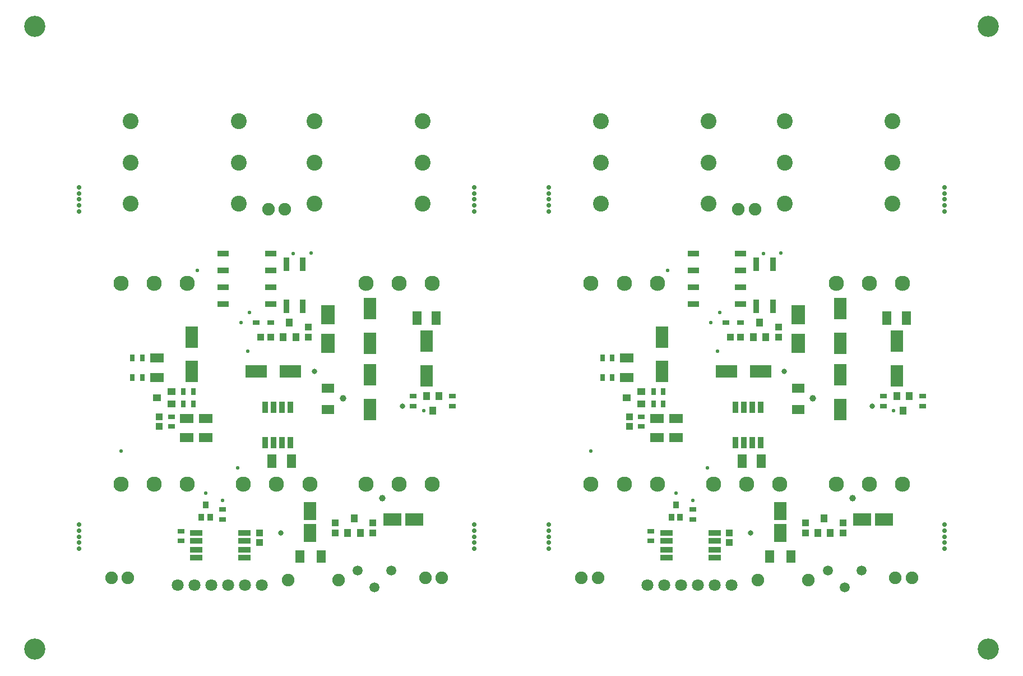
<source format=gts>
%FSLAX46Y46*%
%MOMM*%
%AMPS38*
1,1,2.300000,0.000000,0.000000*
%
%ADD38PS38*%
%AMPS46*
1,1,1.800000,0.000000,0.000000*
%
%ADD46PS46*%
%AMPS58*
1,1,1.500000,0.000000,0.000000*
%
%ADD58PS58*%
%AMPS32*
1,1,2.400000,0.000000,0.000000*
%
%ADD32PS32*%
%AMPS55*
1,1,1.900000,0.000000,0.000000*
%
%ADD55PS55*%
%AMPS43*
1,1,1.900000,0.000000,0.000000*
%
%ADD43PS43*%
%AMPS33*
1,1,1.900000,0.000000,0.000000*
%
%ADD33PS33*%
%AMPS45*
21,1,0.800000,1.900000,0.000000,0.000000,90.000000*
%
%ADD45PS45*%
%AMPS44*
21,1,0.800000,1.900000,0.000000,0.000000,270.000000*
%
%ADD44PS44*%
%AMPS25*
21,1,1.800000,3.150000,0.000000,0.000000,0.000000*
%
%ADD25PS25*%
%AMPS22*
21,1,1.800000,3.150000,0.000000,0.000000,90.000000*
%
%ADD22PS22*%
%AMPS24*
21,1,1.800000,3.150000,0.000000,0.000000,180.000000*
%
%ADD24PS24*%
%AMPS23*
21,1,1.800000,3.150000,0.000000,0.000000,270.000000*
%
%ADD23PS23*%
%AMPS17*
21,1,0.800000,1.750000,0.000000,0.000000,0.000000*
%
%ADD17PS17*%
%AMPS16*
21,1,0.800000,1.750000,0.000000,0.000000,180.000000*
%
%ADD16PS16*%
%AMPS15*
21,1,1.800000,2.700000,0.000000,0.000000,0.000000*
%
%ADD15PS15*%
%AMPS59*
21,1,1.800000,2.700000,0.000000,0.000000,90.000000*
%
%ADD59PS59*%
%AMPS14*
21,1,1.800000,2.700000,0.000000,0.000000,180.000000*
%
%ADD14PS14*%
%AMPS60*
21,1,1.800000,2.700000,0.000000,0.000000,270.000000*
%
%ADD60PS60*%
%AMPS12*
21,1,1.100000,1.200000,0.000000,0.000000,0.000000*
%
%ADD12PS12*%
%AMPS47*
21,1,1.100000,1.200000,0.000000,0.000000,90.000000*
%
%ADD47PS47*%
%AMPS13*
21,1,1.100000,1.200000,0.000000,0.000000,180.000000*
%
%ADD13PS13*%
%AMPS48*
21,1,1.100000,1.200000,0.000000,0.000000,270.000000*
%
%ADD48PS48*%
%AMPS56*
21,1,0.600000,1.100000,0.000000,0.000000,90.000000*
%
%ADD56PS56*%
%AMPS57*
21,1,0.600000,1.100000,0.000000,0.000000,270.000000*
%
%ADD57PS57*%
%AMPS50*
21,1,0.800000,2.000000,0.000000,0.000000,0.000000*
%
%ADD50PS50*%
%AMPS49*
21,1,0.800000,2.000000,0.000000,0.000000,180.000000*
%
%ADD49PS49*%
%AMPS40*
21,1,0.901421,1.691421,0.000000,0.000000,90.000000*
%
%ADD40PS40*%
%AMPS39*
21,1,0.901421,1.691421,0.000000,0.000000,270.000000*
%
%ADD39PS39*%
%AMPS51*
21,1,2.000000,1.400000,0.000000,0.000000,0.000000*
%
%ADD51PS51*%
%AMPS31*
21,1,2.000000,1.400000,0.000000,0.000000,90.000000*
%
%ADD31PS31*%
%AMPS52*
21,1,2.000000,1.400000,0.000000,0.000000,180.000000*
%
%ADD52PS52*%
%AMPS30*
21,1,2.000000,1.400000,0.000000,0.000000,270.000000*
%
%ADD30PS30*%
%AMPS37*
21,1,1.100000,0.700000,0.000000,0.000000,0.000000*
%
%ADD37PS37*%
%AMPS21*
21,1,1.100000,0.700000,0.000000,0.000000,90.000000*
%
%ADD21PS21*%
%AMPS36*
21,1,1.100000,0.700000,0.000000,0.000000,180.000000*
%
%ADD36PS36*%
%AMPS20*
21,1,1.100000,0.700000,0.000000,0.000000,270.000000*
%
%ADD20PS20*%
%AMPS42*
21,1,1.900000,1.300000,0.000000,0.000000,0.000000*
%
%ADD42PS42*%
%AMPS29*
21,1,1.900000,1.300000,0.000000,0.000000,90.000000*
%
%ADD29PS29*%
%AMPS41*
21,1,1.900000,1.300000,0.000000,0.000000,180.000000*
%
%ADD41PS41*%
%AMPS28*
21,1,1.900000,1.300000,0.000000,0.000000,270.000000*
%
%ADD28PS28*%
%AMPS34*
21,1,0.900000,1.100000,0.000000,0.000000,0.000000*
%
%ADD34PS34*%
%AMPS35*
21,1,0.900000,1.100000,0.000000,0.000000,180.000000*
%
%ADD35PS35*%
%AMPS19*
21,1,1.050000,1.000000,0.000000,0.000000,0.000000*
%
%ADD19PS19*%
%AMPS54*
21,1,1.050000,1.000000,0.000000,0.000000,90.000000*
%
%ADD54PS54*%
%AMPS18*
21,1,1.050000,1.000000,0.000000,0.000000,180.000000*
%
%ADD18PS18*%
%AMPS53*
21,1,1.050000,1.000000,0.000000,0.000000,270.000000*
%
%ADD53PS53*%
%AMPS27*
21,1,1.950000,2.850000,0.000000,0.000000,0.000000*
%
%ADD27PS27*%
%AMPS26*
21,1,1.950000,2.850000,0.000000,0.000000,180.000000*
%
%ADD26PS26*%
%AMPS63*
1,1,1.000000,0.000000,0.000000*
%
%ADD63PS63*%
%AMPS62*
1,1,0.800000,0.000000,0.000000*
%
%ADD62PS62*%
%AMPS61*
1,1,0.550000,0.000000,0.000000*
%
%ADD61PS61*%
%AMPS11*
1,1,3.200000,0.000000,0.000000*
%
%ADD11PS11*%
%AMPS10*
1,1,0.700000,0.000000,0.000000*
%
%ADD10PS10*%
G01*
G01*
%LPD*%
G75*
D10*
X9630000Y72700000D03*
D10*
X9630000Y20000000D03*
D10*
X69370000Y70000000D03*
D10*
X140370000Y71800000D03*
D10*
X140370000Y18200000D03*
D10*
X69370000Y20000000D03*
D11*
X147000000Y3000000D03*
D10*
X9630000Y70900000D03*
D10*
X69370000Y18200000D03*
D10*
X80630000Y72700000D03*
D11*
X3000000Y97000000D03*
D10*
X9630000Y71800000D03*
D10*
X80630000Y71800000D03*
D10*
X9630000Y69100000D03*
D10*
X9630000Y70000000D03*
D10*
X69370000Y21800000D03*
D11*
X3000000Y3000000D03*
D10*
X9630000Y20900000D03*
D10*
X140370000Y72700000D03*
D10*
X69370000Y19100000D03*
D10*
X140370000Y69100000D03*
D10*
X9630000Y18200000D03*
D10*
X80630000Y70000000D03*
D10*
X80630000Y69100000D03*
D10*
X80630000Y18200000D03*
D10*
X140370000Y70000000D03*
D10*
X69370000Y71800000D03*
D10*
X140370000Y70900000D03*
D10*
X69370000Y69100000D03*
D10*
X9630000Y19100000D03*
D10*
X80630000Y21800000D03*
D10*
X140370000Y20900000D03*
D10*
X140370000Y21800000D03*
D10*
X80630000Y20000000D03*
D10*
X69370000Y20900000D03*
D11*
X147000000Y97000000D03*
D10*
X80630000Y70900000D03*
D10*
X9630000Y21800000D03*
D10*
X69370000Y72700000D03*
D10*
X140370000Y19100000D03*
D10*
X140370000Y20000000D03*
D10*
X80630000Y20900000D03*
D10*
X69370000Y70900000D03*
D10*
X80630000Y19100000D03*
D12*
X113390000Y50120000D03*
D13*
X112440000Y52320000D03*
D12*
X111490000Y50120000D03*
D14*
X115560000Y23900000D03*
D15*
X115560000Y20600000D03*
D16*
X108790000Y39510000D03*
D16*
X111340000Y39510000D03*
D16*
X112610000Y39510000D03*
D17*
X112610000Y34170000D03*
D17*
X110060000Y34170000D03*
D16*
X110060000Y39510000D03*
D17*
X108790000Y34170000D03*
D17*
X111340000Y34170000D03*
D18*
X115290000Y51620000D03*
D19*
X115290000Y50120000D03*
D20*
X96400000Y40020000D03*
D21*
X97900000Y40020000D03*
D22*
X112610000Y44910000D03*
D23*
X107410000Y44910000D03*
D24*
X97700000Y50125000D03*
D25*
X97700000Y44925000D03*
D18*
X119360000Y22100000D03*
D19*
X119360000Y20600000D03*
D18*
X125050000Y22100000D03*
D19*
X125050000Y20600000D03*
D26*
X118290000Y53500000D03*
D27*
X118290000Y49200000D03*
D20*
X88700000Y46950000D03*
D21*
X90200000Y46950000D03*
D28*
X114000000Y17000000D03*
D29*
X117200000Y17000000D03*
D30*
X109810000Y31430000D03*
D31*
X112710000Y31430000D03*
D32*
X104750000Y70250000D03*
D32*
X104750000Y82700000D03*
D32*
X88450000Y82700000D03*
D32*
X104750000Y76450000D03*
D32*
X88450000Y76450000D03*
D32*
X88450000Y70250000D03*
D33*
X112200000Y13430000D03*
D33*
X119820000Y13430000D03*
D18*
X92800000Y38120000D03*
D19*
X92800000Y36620000D03*
D20*
X88700000Y44050000D03*
D21*
X90200000Y44050000D03*
D30*
X131700000Y53000000D03*
D31*
X134600000Y53000000D03*
D34*
X99150000Y22920000D03*
D34*
X100450000Y22920000D03*
D35*
X99800000Y24820000D03*
D36*
X102370000Y24120000D03*
D37*
X102370000Y22620000D03*
D38*
X105500000Y27900000D03*
D38*
X115500000Y27900000D03*
D38*
X110500000Y27900000D03*
D13*
X133150000Y41200000D03*
D12*
X134100000Y39000000D03*
D13*
X135050000Y41200000D03*
D39*
X102425000Y55090000D03*
D40*
X109575000Y57630000D03*
D40*
X109575000Y62710000D03*
D40*
X109575000Y60170000D03*
D39*
X102425000Y57630000D03*
D39*
X102425000Y62710000D03*
D40*
X109575000Y55090000D03*
D39*
X102425000Y60170000D03*
D38*
X124000000Y58200000D03*
D38*
X134000000Y58200000D03*
D38*
X129000000Y58200000D03*
D37*
X131150000Y39700000D03*
D36*
X131150000Y41200000D03*
D41*
X118290000Y42420000D03*
D42*
X118290000Y39220000D03*
D36*
X96050000Y20850000D03*
D37*
X96050000Y19350000D03*
D43*
X111750000Y69400000D03*
D43*
X109250000Y69400000D03*
D44*
X98350000Y19350000D03*
D44*
X98350000Y16800000D03*
D45*
X105650000Y16800000D03*
D45*
X105650000Y18050000D03*
D45*
X105650000Y20600000D03*
D44*
X98350000Y20600000D03*
D45*
X105650000Y19350000D03*
D44*
X98350000Y18050000D03*
D46*
X108250000Y12700000D03*
D46*
X98090000Y12700000D03*
D46*
X95550000Y12700000D03*
D46*
X100630000Y12700000D03*
D46*
X103170000Y12700000D03*
D46*
X105710000Y12700000D03*
D47*
X94600000Y41920000D03*
D48*
X92400000Y40970000D03*
D47*
X94600000Y40020000D03*
D24*
X124640000Y44420000D03*
D25*
X124640000Y39220000D03*
D49*
X111970000Y61100000D03*
D50*
X114470000Y54800000D03*
D50*
X111970000Y54800000D03*
D49*
X114470000Y61100000D03*
D51*
X99800000Y34920000D03*
D52*
X99800000Y37820000D03*
D24*
X133150000Y49500000D03*
D25*
X133150000Y44300000D03*
D24*
X124640000Y54400000D03*
D25*
X124640000Y49200000D03*
D12*
X123150000Y20600000D03*
D13*
X122200000Y22800000D03*
D12*
X121250000Y20600000D03*
D53*
X108075000Y50120000D03*
D54*
X109575000Y50120000D03*
D55*
X132950000Y13780000D03*
D55*
X135450000Y13780000D03*
D51*
X92400000Y44050000D03*
D52*
X92400000Y46950000D03*
D51*
X96950000Y34920000D03*
D52*
X96950000Y37820000D03*
D56*
X109575000Y52290000D03*
D57*
X107375000Y52290000D03*
D37*
X94600000Y36620000D03*
D36*
X94600000Y38120000D03*
D21*
X97900000Y41920000D03*
D20*
X96400000Y41920000D03*
D58*
X127840000Y14900000D03*
D58*
X125300000Y12360000D03*
D58*
X122760000Y14900000D03*
D38*
X87000000Y58200000D03*
D38*
X97000000Y58200000D03*
D38*
X92000000Y58200000D03*
D36*
X137050000Y41200000D03*
D37*
X137050000Y39700000D03*
D59*
X131250000Y22600000D03*
D60*
X127950000Y22600000D03*
D19*
X107890000Y19100000D03*
D18*
X107890000Y20600000D03*
D32*
X132550000Y70250000D03*
D32*
X132550000Y82700000D03*
D32*
X116250000Y82700000D03*
D32*
X132550000Y76450000D03*
D32*
X116250000Y76450000D03*
D32*
X116250000Y70250000D03*
D55*
X85550000Y13780000D03*
D55*
X88050000Y13780000D03*
D38*
X124000000Y27900000D03*
D38*
X134000000Y27900000D03*
D38*
X129000000Y27900000D03*
D38*
X87000000Y27900000D03*
D38*
X97000000Y27900000D03*
D38*
X92000000Y27900000D03*
D61*
X106100000Y48000000D03*
D61*
X115700000Y62800000D03*
D61*
X132700000Y39000000D03*
D62*
X116190000Y44910000D03*
D63*
X120500000Y40900000D03*
D62*
X129500000Y39700000D03*
D61*
X87000000Y32900000D03*
D62*
X111100000Y20600000D03*
D61*
X98530000Y60170000D03*
D61*
X113000000Y62700000D03*
D61*
X102370000Y25500000D03*
D61*
X106400000Y53800000D03*
D61*
X105110000Y52290000D03*
D61*
X99800000Y26600000D03*
D61*
X104600000Y30400000D03*
D63*
X126500000Y25800000D03*
D12*
X42390000Y50120000D03*
D13*
X41440000Y52320000D03*
D12*
X40490000Y50120000D03*
D14*
X44560000Y23900000D03*
D15*
X44560000Y20600000D03*
D16*
X37790000Y39510000D03*
D16*
X40340000Y39510000D03*
D16*
X41610000Y39510000D03*
D17*
X41610000Y34170000D03*
D17*
X39060000Y34170000D03*
D16*
X39060000Y39510000D03*
D17*
X37790000Y34170000D03*
D17*
X40340000Y34170000D03*
D18*
X44290000Y51620000D03*
D19*
X44290000Y50120000D03*
D20*
X25400000Y40020000D03*
D21*
X26900000Y40020000D03*
D22*
X41610000Y44910000D03*
D23*
X36410000Y44910000D03*
D24*
X26700000Y50125000D03*
D25*
X26700000Y44925000D03*
D18*
X48360000Y22100000D03*
D19*
X48360000Y20600000D03*
D18*
X54050000Y22100000D03*
D19*
X54050000Y20600000D03*
D26*
X47290000Y53500000D03*
D27*
X47290000Y49200000D03*
D20*
X17700000Y46950000D03*
D21*
X19200000Y46950000D03*
D28*
X43000000Y17000000D03*
D29*
X46200000Y17000000D03*
D30*
X38810000Y31430000D03*
D31*
X41710000Y31430000D03*
D32*
X33750000Y70250000D03*
D32*
X33750000Y82700000D03*
D32*
X17450000Y82700000D03*
D32*
X33750000Y76450000D03*
D32*
X17450000Y76450000D03*
D32*
X17450000Y70250000D03*
D33*
X41200000Y13430000D03*
D33*
X48820000Y13430000D03*
D18*
X21800000Y38120000D03*
D19*
X21800000Y36620000D03*
D20*
X17700000Y44050000D03*
D21*
X19200000Y44050000D03*
D30*
X60700000Y53000000D03*
D31*
X63600000Y53000000D03*
D34*
X28150000Y22920000D03*
D34*
X29450000Y22920000D03*
D35*
X28800000Y24820000D03*
D36*
X31370000Y24120000D03*
D37*
X31370000Y22620000D03*
D38*
X34500000Y27900000D03*
D38*
X44500000Y27900000D03*
D38*
X39500000Y27900000D03*
D13*
X62150000Y41200000D03*
D12*
X63100000Y39000000D03*
D13*
X64050000Y41200000D03*
D39*
X31425000Y55090000D03*
D40*
X38575000Y57630000D03*
D40*
X38575000Y62710000D03*
D40*
X38575000Y60170000D03*
D39*
X31425000Y57630000D03*
D39*
X31425000Y62710000D03*
D40*
X38575000Y55090000D03*
D39*
X31425000Y60170000D03*
D38*
X53000000Y58200000D03*
D38*
X63000000Y58200000D03*
D38*
X58000000Y58200000D03*
D37*
X60150000Y39700000D03*
D36*
X60150000Y41200000D03*
D41*
X47290000Y42420000D03*
D42*
X47290000Y39220000D03*
D36*
X25050000Y20850000D03*
D37*
X25050000Y19350000D03*
D43*
X40750000Y69400000D03*
D43*
X38250000Y69400000D03*
D44*
X27350000Y19350000D03*
D44*
X27350000Y16800000D03*
D45*
X34650000Y16800000D03*
D45*
X34650000Y18050000D03*
D45*
X34650000Y20600000D03*
D44*
X27350000Y20600000D03*
D45*
X34650000Y19350000D03*
D44*
X27350000Y18050000D03*
D46*
X37250000Y12700000D03*
D46*
X27090000Y12700000D03*
D46*
X24550000Y12700000D03*
D46*
X29630000Y12700000D03*
D46*
X32170000Y12700000D03*
D46*
X34710000Y12700000D03*
D47*
X23600000Y41920000D03*
D48*
X21400000Y40970000D03*
D47*
X23600000Y40020000D03*
D24*
X53640000Y44420000D03*
D25*
X53640000Y39220000D03*
D49*
X40970000Y61100000D03*
D50*
X43470000Y54800000D03*
D50*
X40970000Y54800000D03*
D49*
X43470000Y61100000D03*
D51*
X28800000Y34920000D03*
D52*
X28800000Y37820000D03*
D24*
X62150000Y49500000D03*
D25*
X62150000Y44300000D03*
D24*
X53640000Y54400000D03*
D25*
X53640000Y49200000D03*
D12*
X52150000Y20600000D03*
D13*
X51200000Y22800000D03*
D12*
X50250000Y20600000D03*
D53*
X37075000Y50120000D03*
D54*
X38575000Y50120000D03*
D55*
X61950000Y13780000D03*
D55*
X64450000Y13780000D03*
D51*
X21400000Y44050000D03*
D52*
X21400000Y46950000D03*
D51*
X25950000Y34920000D03*
D52*
X25950000Y37820000D03*
D56*
X38575000Y52290000D03*
D57*
X36375000Y52290000D03*
D37*
X23600000Y36620000D03*
D36*
X23600000Y38120000D03*
D21*
X26900000Y41920000D03*
D20*
X25400000Y41920000D03*
D58*
X56840000Y14900000D03*
D58*
X54300000Y12360000D03*
D58*
X51760000Y14900000D03*
D38*
X16000000Y58200000D03*
D38*
X26000000Y58200000D03*
D38*
X21000000Y58200000D03*
D36*
X66050000Y41200000D03*
D37*
X66050000Y39700000D03*
D59*
X60250000Y22600000D03*
D60*
X56950000Y22600000D03*
D19*
X36890000Y19100000D03*
D18*
X36890000Y20600000D03*
D32*
X61550000Y70250000D03*
D32*
X61550000Y82700000D03*
D32*
X45250000Y82700000D03*
D32*
X61550000Y76450000D03*
D32*
X45250000Y76450000D03*
D32*
X45250000Y70250000D03*
D55*
X14550000Y13780000D03*
D55*
X17050000Y13780000D03*
D38*
X53000000Y27900000D03*
D38*
X63000000Y27900000D03*
D38*
X58000000Y27900000D03*
D38*
X16000000Y27900000D03*
D38*
X26000000Y27900000D03*
D38*
X21000000Y27900000D03*
D61*
X35100000Y48000000D03*
D61*
X44700000Y62800000D03*
D61*
X61700000Y39000000D03*
D62*
X45190000Y44910000D03*
D63*
X49500000Y40900000D03*
D62*
X58500000Y39700000D03*
D61*
X16000000Y32900000D03*
D62*
X40100000Y20600000D03*
D61*
X27530000Y60170000D03*
D61*
X42000000Y62700000D03*
D61*
X31370000Y25500000D03*
D61*
X35400000Y53800000D03*
D61*
X34110000Y52290000D03*
D61*
X28800000Y26600000D03*
D61*
X33600000Y30400000D03*
D63*
X55500000Y25800000D03*
M02*

</source>
